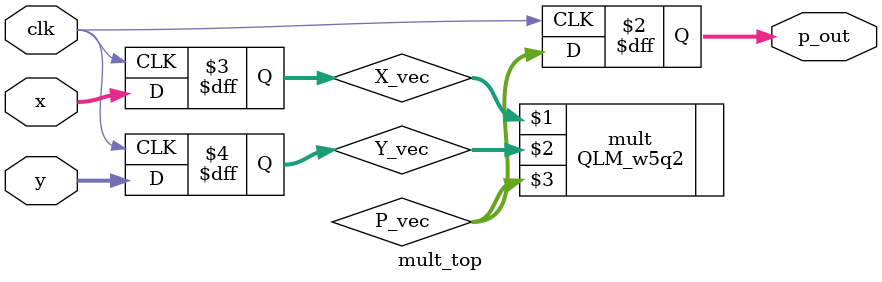
<source format=v>


module mult_top(
    // Clock and reset
    input clk,
    // Input X has a form x_i%d where %d denotes the bit number
    input  [15:0] x,
    // Input Y has a form y_i%d where %d denotes the bit number
    input  [15:0] y,
    // Output P has a form p_out%d where %d denotes the bit number
    output reg [31:0] p_out
    );

    
    // Now we have X_vec and Y_vec signal 
    // Then we do processing with these signals and store the 
    // intermidiate result in P_vec
    // For example purposes X_vec and Y_vec are concanated and stored in P_vec
    wire [31:0] P_vec;
    reg [15:0] X_vec;
    reg [15:0] Y_vec;
    
    QLM_w5q2 mult(X_vec,Y_vec,P_vec); 

 
    always @(posedge clk) 
    begin
        p_out = P_vec;
        X_vec = x;
        Y_vec = y;
    end

endmodule 


</source>
